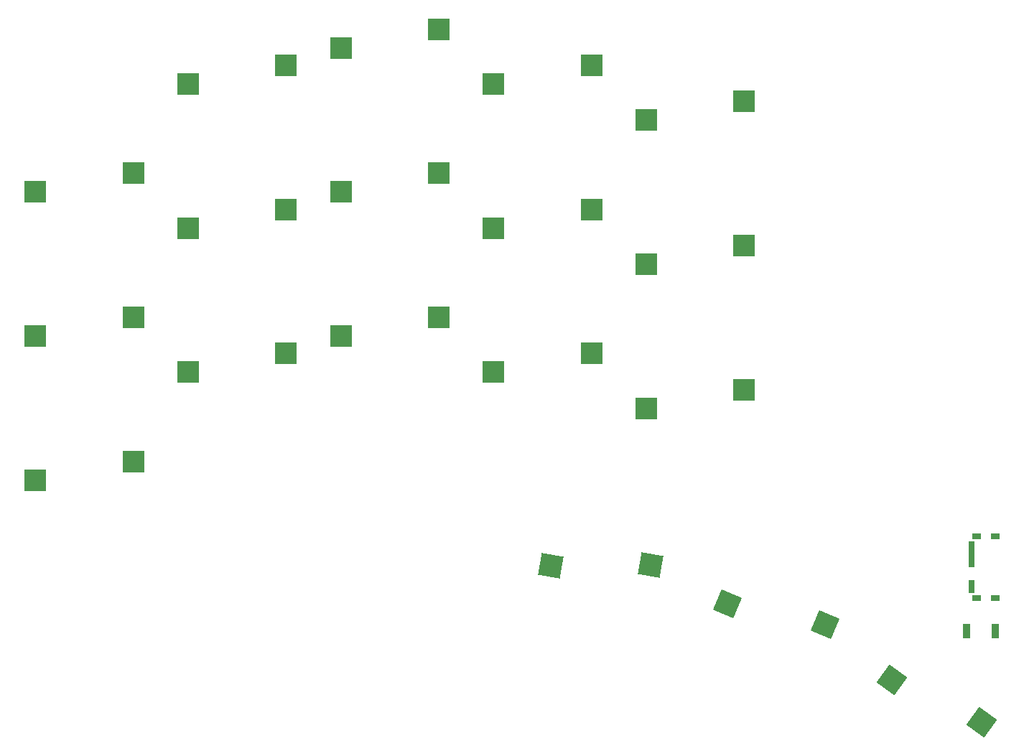
<source format=gbr>
%TF.GenerationSoftware,KiCad,Pcbnew,6.0.5*%
%TF.CreationDate,2022-06-05T22:04:44+02:00*%
%TF.ProjectId,main,6d61696e-2e6b-4696-9361-645f70636258,v1.0.0*%
%TF.SameCoordinates,Original*%
%TF.FileFunction,Paste,Top*%
%TF.FilePolarity,Positive*%
%FSLAX46Y46*%
G04 Gerber Fmt 4.6, Leading zero omitted, Abs format (unit mm)*
G04 Created by KiCad (PCBNEW 6.0.5) date 2022-06-05 22:04:44*
%MOMM*%
%LPD*%
G01*
G04 APERTURE LIST*
G04 Aperture macros list*
%AMRotRect*
0 Rectangle, with rotation*
0 The origin of the aperture is its center*
0 $1 length*
0 $2 width*
0 $3 Rotation angle, in degrees counterclockwise*
0 Add horizontal line*
21,1,$1,$2,0,0,$3*%
G04 Aperture macros list end*
%ADD10RotRect,2.600000X2.600000X324.000000*%
%ADD11R,2.600000X2.600000*%
%ADD12RotRect,2.600000X2.600000X337.000000*%
%ADD13R,1.000000X0.800000*%
%ADD14R,0.700000X1.500000*%
%ADD15RotRect,2.600000X2.600000X350.000000*%
%ADD16R,0.900000X1.700000*%
G04 APERTURE END LIST*
D10*
%TO.C,S36*%
X121318485Y-24803309D03*
X110681211Y-19794226D03*
%TD*%
D11*
%TO.C,S30*%
X93275000Y48450000D03*
X81725000Y46250000D03*
%TD*%
%TO.C,S6*%
X21275000Y39950000D03*
X9725000Y37750000D03*
%TD*%
%TO.C,S14*%
X57275000Y22950000D03*
X45725000Y20750000D03*
%TD*%
%TO.C,S16*%
X57275000Y39950000D03*
X45725000Y37750000D03*
%TD*%
%TO.C,S12*%
X39275000Y52700000D03*
X27725000Y50500000D03*
%TD*%
%TO.C,S20*%
X75275000Y18700000D03*
X63725000Y16500000D03*
%TD*%
%TO.C,S8*%
X39275000Y18700000D03*
X27725000Y16500000D03*
%TD*%
D12*
%TO.C,S34*%
X102847741Y-13281036D03*
X91356301Y-10793202D03*
%TD*%
D13*
%TO.C,*%
X122930000Y-10150000D03*
X120720000Y-2850000D03*
X122930000Y-2850000D03*
X120720000Y-10150000D03*
D14*
X120070000Y-8750000D03*
X120070000Y-5750000D03*
X120070000Y-4250000D03*
%TD*%
D11*
%TO.C,S4*%
X21275000Y22950000D03*
X9725000Y20750000D03*
%TD*%
D15*
%TO.C,S32*%
X82258452Y-6209092D03*
X70501897Y-6370032D03*
%TD*%
D11*
%TO.C,S22*%
X75275000Y35700000D03*
X63725000Y33500000D03*
%TD*%
%TO.C,S24*%
X75275000Y52700000D03*
X63725000Y50500000D03*
%TD*%
D16*
%TO.C,*%
X122929022Y-14000000D03*
X119529022Y-14000000D03*
%TD*%
D11*
%TO.C,S10*%
X39275000Y35700000D03*
X27725000Y33500000D03*
%TD*%
%TO.C,S28*%
X93275000Y31450000D03*
X81725000Y29250000D03*
%TD*%
%TO.C,S26*%
X93275000Y14450000D03*
X81725000Y12250000D03*
%TD*%
%TO.C,S18*%
X57275000Y56950000D03*
X45725000Y54750000D03*
%TD*%
%TO.C,S2*%
X21275000Y5950000D03*
X9725000Y3750000D03*
%TD*%
M02*

</source>
